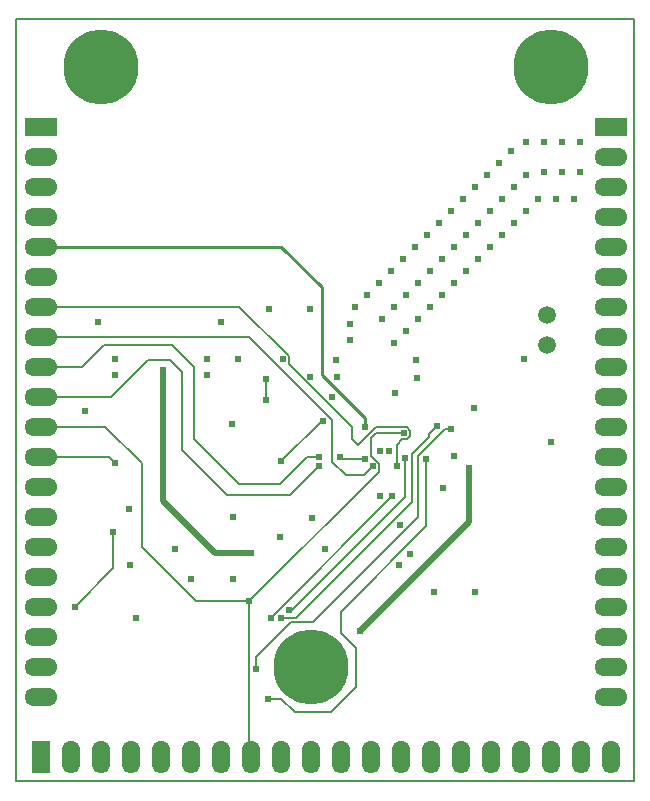
<source format=gbl>
G04*
G04 #@! TF.GenerationSoftware,Altium Limited,Altium Designer,18.0.12 (696)*
G04*
G04 Layer_Physical_Order=4*
G04 Layer_Color=16711680*
%FSLAX25Y25*%
%MOIN*%
G70*
G01*
G75*
%ADD13C,0.01000*%
%ADD15C,0.00800*%
%ADD16C,0.00500*%
%ADD50C,0.02000*%
%ADD54C,0.05906*%
%ADD55C,0.25000*%
%ADD56R,0.11000X0.06000*%
%ADD57O,0.11000X0.06000*%
%ADD58R,0.06000X0.11000*%
%ADD59O,0.06000X0.11000*%
%ADD60C,0.02400*%
D13*
X116500Y118000D02*
Y121000D01*
X8400Y178200D02*
X88480D01*
X102000Y164680D01*
Y135500D02*
Y164680D01*
Y135500D02*
X116500Y121000D01*
X77800Y60000D02*
X77900Y59900D01*
D15*
X120082Y116000D02*
X129500D01*
X118500Y114418D02*
X120082Y116000D01*
X118500Y108470D02*
Y114418D01*
X120100Y118100D02*
X130370D01*
X114000Y112000D02*
X120100Y118100D01*
X127000Y112000D02*
X128900Y113900D01*
X130370D01*
X131600Y115130D01*
Y116870D01*
X130370Y118100D02*
X131600Y116870D01*
X127000Y105000D02*
Y112000D01*
X137828Y115828D02*
X140500Y118500D01*
X137828Y114828D02*
Y115828D01*
X132000Y109000D02*
X137828Y114828D01*
X143000Y117500D02*
X145000D01*
X134000Y108500D02*
X143000Y117500D01*
X134000Y88000D02*
Y108500D01*
X84000Y27500D02*
X88500D01*
X93000Y23000D01*
X105000D02*
X113500Y31500D01*
X93000Y23000D02*
X105000D01*
X113500Y31500D02*
Y44500D01*
X108500Y49500D02*
X113500Y44500D01*
X108500Y49500D02*
Y56500D01*
X136941Y84941D01*
X129808Y94808D02*
Y107808D01*
X99200Y53200D02*
X134000Y88000D01*
X91700Y53200D02*
X99200D01*
X136941Y84941D02*
Y107441D01*
X132000Y93000D02*
Y109000D01*
X93500Y54500D02*
X132000Y93000D01*
X32500Y70900D02*
Y83000D01*
X19800Y58200D02*
X32500Y70900D01*
X91100Y138900D02*
X112000Y118000D01*
X91100Y138900D02*
Y141742D01*
X88500Y54500D02*
X93500D01*
X80000Y41500D02*
X91700Y53200D01*
X80000Y37500D02*
Y41500D01*
X92000Y57000D02*
X129808Y94808D01*
X91000Y57000D02*
X92000D01*
X60100Y59900D02*
X77900D01*
X121100Y103100D02*
Y105870D01*
X77900Y59900D02*
X121100Y103100D01*
X118500Y108470D02*
X121100Y105870D01*
X88500Y106679D02*
X102000Y120179D01*
X83500Y127180D02*
Y134179D01*
X31159Y108200D02*
X33180Y106179D01*
X8400Y108200D02*
X31159D01*
X85000Y54500D02*
X125585Y95085D01*
X42000Y78000D02*
X60100Y59900D01*
X42000Y78000D02*
Y106000D01*
X29800Y118200D02*
X42000Y106000D01*
X8400Y118200D02*
X29800D01*
X112000Y114000D02*
X114000Y112000D01*
X8400Y148200D02*
X77830D01*
X112000Y114000D02*
Y118000D01*
X8400Y158200D02*
X74642D01*
X91100Y141742D01*
X77900Y8700D02*
X78400Y8200D01*
X77900Y8700D02*
Y59900D01*
X116000Y102000D02*
X119000Y105000D01*
X110000Y102000D02*
X116000D01*
X77830Y148200D02*
X105500Y120530D01*
X108559Y107441D02*
X116559D01*
X105500Y106500D02*
X110000Y102000D01*
X105500Y106500D02*
Y120530D01*
X97000Y108000D02*
X101000D01*
X22200Y138200D02*
X29500Y145500D01*
X8400Y138200D02*
X22200D01*
X91500Y95500D02*
X101000Y105000D01*
X70500Y95500D02*
X91500D01*
X8400Y128200D02*
X31700D01*
X44000Y140500D01*
X51500D01*
X55500Y110500D02*
X70500Y95500D01*
X55500Y110500D02*
Y136500D01*
X51500Y140500D02*
X55500Y136500D01*
X88000Y99000D02*
X97000Y108000D01*
X74500Y99000D02*
X88000D01*
X59500Y114000D02*
X74500Y99000D01*
X29500Y145500D02*
X52000D01*
X59500Y138000D01*
Y114000D02*
Y138000D01*
D16*
X102000Y120179D02*
X102500D01*
X129808Y107808D02*
X129828D01*
X108000Y108000D02*
X108559Y107441D01*
X232Y-7D02*
Y253993D01*
X206232D01*
Y-7D02*
Y253993D01*
X232Y-7D02*
X206232D01*
D50*
X49000Y93500D02*
Y137000D01*
Y93500D02*
X66500Y76000D01*
X78500D01*
X114663Y50000D02*
X151000Y86337D01*
Y104500D01*
D54*
X177000Y155500D02*
D03*
Y145500D02*
D03*
D55*
X98400Y38200D02*
D03*
X28400Y238200D02*
D03*
X178400D02*
D03*
D56*
X8400Y218200D02*
D03*
X198400D02*
D03*
D57*
X8400Y208200D02*
D03*
Y198200D02*
D03*
Y188200D02*
D03*
Y178200D02*
D03*
Y168200D02*
D03*
Y158200D02*
D03*
Y148200D02*
D03*
Y138200D02*
D03*
Y128200D02*
D03*
Y118200D02*
D03*
Y108200D02*
D03*
Y98200D02*
D03*
Y88200D02*
D03*
Y78200D02*
D03*
Y68200D02*
D03*
Y58200D02*
D03*
Y48200D02*
D03*
Y38200D02*
D03*
Y28200D02*
D03*
X198400Y208200D02*
D03*
Y198200D02*
D03*
Y188200D02*
D03*
Y178200D02*
D03*
Y168200D02*
D03*
Y158200D02*
D03*
Y148200D02*
D03*
Y138200D02*
D03*
Y128200D02*
D03*
Y118200D02*
D03*
Y108200D02*
D03*
Y98200D02*
D03*
Y88200D02*
D03*
Y78200D02*
D03*
Y68200D02*
D03*
Y58200D02*
D03*
Y48200D02*
D03*
Y38200D02*
D03*
Y28200D02*
D03*
D58*
X8400Y8200D02*
D03*
D59*
X18400D02*
D03*
X28400D02*
D03*
X38400D02*
D03*
X48400D02*
D03*
X58400D02*
D03*
X68400D02*
D03*
X78400D02*
D03*
X88400D02*
D03*
X98400D02*
D03*
X108400D02*
D03*
X118400D02*
D03*
X128400D02*
D03*
X138400D02*
D03*
X148400D02*
D03*
X158400D02*
D03*
X168400D02*
D03*
X178400D02*
D03*
X188400D02*
D03*
X198400D02*
D03*
D60*
X129500Y116000D02*
D03*
X140500Y118500D02*
D03*
X145000Y117500D02*
D03*
X84000Y27500D02*
D03*
X32500Y83000D02*
D03*
X19800Y58200D02*
D03*
X27500Y153100D02*
D03*
X68600Y153000D02*
D03*
X131500Y75800D02*
D03*
X127800Y72100D02*
D03*
X133400Y140300D02*
D03*
X106900D02*
D03*
X126500Y129500D02*
D03*
X111500Y147000D02*
D03*
Y152500D02*
D03*
X122000Y154000D02*
D03*
X126000Y146000D02*
D03*
X130000Y150000D02*
D03*
X134000Y154000D02*
D03*
X98256Y134744D02*
D03*
X107244D02*
D03*
X128000Y85500D02*
D03*
X121500Y95000D02*
D03*
Y110000D02*
D03*
X124500D02*
D03*
X116500Y118000D02*
D03*
X133756Y134500D02*
D03*
X88500Y106679D02*
D03*
X102500Y120179D02*
D03*
X83500Y127180D02*
D03*
Y134179D02*
D03*
X33180Y106179D02*
D03*
X49000Y137000D02*
D03*
X78500Y76000D02*
D03*
X136941Y107441D02*
D03*
X125585Y95085D02*
D03*
X91000Y57000D02*
D03*
X88500Y54500D02*
D03*
X85000D02*
D03*
X80000Y37500D02*
D03*
X127000Y105000D02*
D03*
X129828Y107808D02*
D03*
X151000Y104500D02*
D03*
X103000Y77500D02*
D03*
X72320Y88179D02*
D03*
X88013Y81487D02*
D03*
X89000Y140872D02*
D03*
X74128D02*
D03*
X63756Y140756D02*
D03*
X33244D02*
D03*
X72000Y119000D02*
D03*
X178512Y112988D02*
D03*
X152800Y124500D02*
D03*
X142500Y97700D02*
D03*
X146044Y108256D02*
D03*
X37772Y90728D02*
D03*
X38000Y72000D02*
D03*
X63756Y135244D02*
D03*
X33244D02*
D03*
X169346Y140602D02*
D03*
X98756Y87756D02*
D03*
X126000Y158000D02*
D03*
X130000Y162000D02*
D03*
X134000Y166000D02*
D03*
X138000Y170000D02*
D03*
X142000Y174000D02*
D03*
X146000Y178000D02*
D03*
X150000Y182000D02*
D03*
X154000Y186000D02*
D03*
X158000Y190000D02*
D03*
X162000Y194000D02*
D03*
X166000Y198000D02*
D03*
X170000Y202000D02*
D03*
X176000Y203000D02*
D03*
X182000D02*
D03*
X188000D02*
D03*
X174000Y194000D02*
D03*
X170000Y190000D02*
D03*
X166000Y186000D02*
D03*
X162000Y182000D02*
D03*
X158000Y178000D02*
D03*
X154000Y174000D02*
D03*
X150000Y170000D02*
D03*
X146000Y166000D02*
D03*
X142000Y162000D02*
D03*
X138000Y158000D02*
D03*
X157000Y202000D02*
D03*
X153000Y198000D02*
D03*
X149000Y194000D02*
D03*
X145000Y190000D02*
D03*
X141000Y186000D02*
D03*
X137000Y182000D02*
D03*
X133000Y178000D02*
D03*
X129000Y174000D02*
D03*
X125000Y170000D02*
D03*
X121000Y166000D02*
D03*
X117000Y162000D02*
D03*
X113000Y158000D02*
D03*
X161000Y206000D02*
D03*
X165000Y210000D02*
D03*
X180000Y194000D02*
D03*
X186000D02*
D03*
X170000Y213000D02*
D03*
X176000D02*
D03*
X182000D02*
D03*
X188000D02*
D03*
X119000Y105000D02*
D03*
X105500Y128000D02*
D03*
X77800Y60000D02*
D03*
X40000Y54500D02*
D03*
X116559Y107441D02*
D03*
X108000Y108000D02*
D03*
X101000D02*
D03*
Y105000D02*
D03*
X114663Y50000D02*
D03*
X53000Y77500D02*
D03*
X23000Y123500D02*
D03*
X139500Y63000D02*
D03*
X153000D02*
D03*
X58500Y67500D02*
D03*
X72500D02*
D03*
X98000Y157500D02*
D03*
X84500D02*
D03*
M02*

</source>
